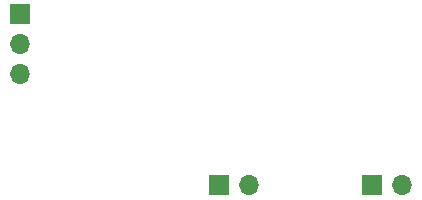
<source format=gbs>
%TF.GenerationSoftware,KiCad,Pcbnew,8.0.5*%
%TF.CreationDate,2024-12-30T22:08:37+01:00*%
%TF.ProjectId,Projet2,50726f6a-6574-4322-9e6b-696361645f70,V1*%
%TF.SameCoordinates,Original*%
%TF.FileFunction,Soldermask,Bot*%
%TF.FilePolarity,Negative*%
%FSLAX46Y46*%
G04 Gerber Fmt 4.6, Leading zero omitted, Abs format (unit mm)*
G04 Created by KiCad (PCBNEW 8.0.5) date 2024-12-30 22:08:37*
%MOMM*%
%LPD*%
G01*
G04 APERTURE LIST*
%ADD10R,1.700000X1.700000*%
%ADD11O,1.700000X1.700000*%
G04 APERTURE END LIST*
D10*
%TO.C,J3*%
X51960000Y-49750000D03*
D11*
X54500000Y-49750000D03*
%TD*%
D10*
%TO.C,J2*%
X64935000Y-49750000D03*
D11*
X67475000Y-49750000D03*
%TD*%
%TO.C,J1*%
X35100000Y-40355000D03*
X35100000Y-37815000D03*
D10*
X35100000Y-35275000D03*
%TD*%
M02*

</source>
